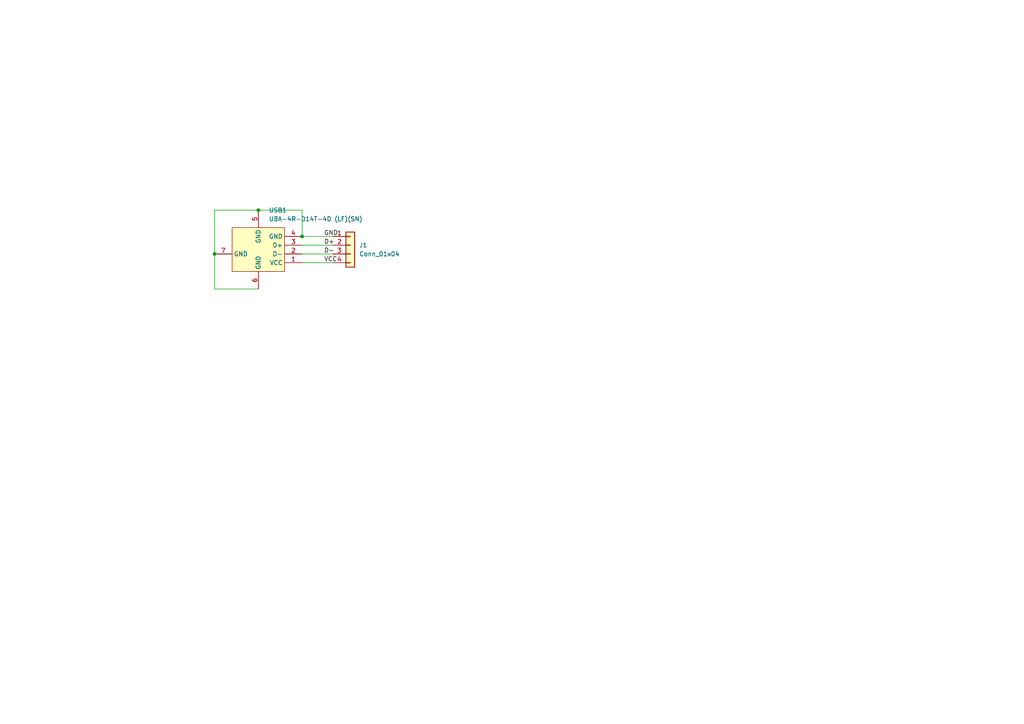
<source format=kicad_sch>
(kicad_sch (version 20231120) (generator "eeschema") (generator_version "8.0")
  (paper "A4")
  (lib_symbols
    (symbol "Connector_Generic:Conn_01x04" (pin_names (offset 1.016) hide)
      (property "Reference" "J" (at 0 5.08 0))
      (property "Value" "Conn_01x04" (at 0 -7.62 0))
      (symbol "Conn_01x04_1_1"
        (rectangle (start -1.27 -4.953) (end 0 -5.207) (stroke (width 0.1524)))
        (rectangle (start -1.27 -2.413) (end 0 -2.667) (stroke (width 0.1524)))
        (rectangle (start -1.27 0.127) (end 0 -0.127) (stroke (width 0.1524)))
        (rectangle (start -1.27 2.667) (end 0 2.413) (stroke (width 0.1524)))
        (rectangle (start -1.27 3.81) (end 1.27 -6.35) (stroke (width 0.254)) (fill (type background)))
        (pin passive line (at -5.08 2.54 0) (length 3.81) (name "Pin_1") (number "1"))
        (pin passive line (at -5.08 0 0) (length 3.81) (name "Pin_2") (number "2"))
        (pin passive line (at -5.08 -2.54 0) (length 3.81) (name "Pin_3") (number "3"))
        (pin passive line (at -5.08 -5.08 0) (length 3.81) (name "Pin_4") (number "4"))
      )
    )
    (symbol "easyeda2kicad:UBA-4R-D14T-4D(LF)(SN)"
      (property "Reference" "USB" (at 0 16.51 0))
      (property "Value" "UBA-4R-D14T-4D (LF)(SN)" (at 0 -16.51 0))
      (symbol "UBA-4R-D14T-4D(LF)(SN)_0_1"
        (rectangle (start -7.62 6.35) (end 7.62 -6.35) (fill (type background)))
        (pin unspecified line (at -12.7 3.81 0) (length 5.08) (name "VCC") (number "1"))
        (pin unspecified line (at -12.7 1.27 0) (length 5.08) (name "D-") (number "2"))
        (pin unspecified line (at -12.7 -1.27 0) (length 5.08) (name "D+") (number "3"))
        (pin unspecified line (at -12.7 -3.81 0) (length 5.08) (name "GND") (number "4"))
        (pin unspecified line (at 0 -11.43 90) (length 5.08) (name "GND") (number "5"))
        (pin unspecified line (at 0 11.43 270) (length 5.08) (name "GND") (number "6"))
        (pin unspecified line (at 12.7 1.27 180) (length 5.08) (name "GND") (number "7"))
      )
    )
  )
  (junction (at 74.93 60.96))
  (junction (at 87.63 68.58))
  (junction (at 62.23 73.66))
  (wire (pts (xy 74.93 83.82) (xy 62.23 83.82)))
  (wire (pts (xy 87.63 60.96) (xy 87.63 68.58)))
  (wire (pts (xy 96.52 68.58) (xy 87.63 68.58)))
  (wire (pts (xy 62.23 60.96) (xy 74.93 60.96)))
  (wire (pts (xy 62.23 83.82) (xy 62.23 73.66)))
  (wire (pts (xy 96.52 71.12) (xy 87.63 71.12)))
  (wire (pts (xy 74.93 60.96) (xy 87.63 60.96)))
  (wire (pts (xy 62.23 73.66) (xy 62.23 60.96)))
  (wire (pts (xy 96.52 76.2) (xy 87.63 76.2)))
  (wire (pts (xy 96.52 73.66) (xy 87.63 73.66)))
  (label "D+" (at 93.98 71.12 0))
  (label "VCC" (at 93.98 76.2 0))
  (label "GND" (at 93.98 68.58 0))
  (label "D-" (at 93.98 73.66 0))
  (symbol (lib_id "Connector_Generic:Conn_01x04") (at 101.6 71.12 0) (unit 1)
    (property "Reference" "J1" (at 104.14 71.1199 0) (effects (justify left)))
    (property "Value" "Conn_01x04" (at 104.14 73.6599 0) (effects (justify left)))
    (property "Footprint" "Connector_PinHeader_2.54mm:PinHeader_1x04_P2.54mm_Horizontal" (effects (hide yes)))
    (property "Description" "Generic connector, single row, 01x04, script generated (kicad-library-utils/schlib/autogen/connector/)" (effects (hide yes)))
  )
  (symbol (lib_id "easyeda2kicad:UBA-4R-D14T-4D(LF)(SN)") (at 74.93 72.39 180) (unit 1)
    (property "Reference" "USB1" (at 77.9465 60.96 0) (effects (justify right)))
    (property "Value" "UBA-4R-D14T-4D (LF)(SN)" (at 77.9465 63.5 0) (effects (justify right)))
    (property "Footprint" "easyeda2kicad:USB-A-TH_UBA-4R-D14T-4D" (effects (hide yes)))
    (property "Datasheet" "https://lcsc.com/product-detail/USB-Connectors_JST_UBA-4R-D14T-4D-LF-SN_UBA-4R-D14T-4D-LF-SN_C157903.html" (effects (hide yes)))
    (property "LCSC Part" "C157903" (effects (hide yes)))
  )
)
</source>
